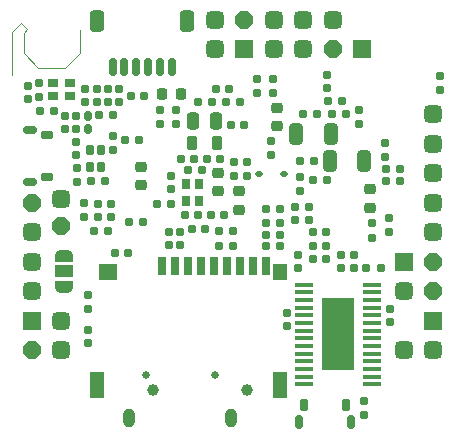
<source format=gbr>
%TF.GenerationSoftware,KiCad,Pcbnew,9.0.0-9.0.0-2~ubuntu24.04.1*%
%TF.CreationDate,2025-03-27T18:59:33+01:00*%
%TF.ProjectId,Kolibri v0.5,4b6f6c69-6272-4692-9076-302e352e6b69,rev?*%
%TF.SameCoordinates,Original*%
%TF.FileFunction,Soldermask,Bot*%
%TF.FilePolarity,Negative*%
%FSLAX46Y46*%
G04 Gerber Fmt 4.6, Leading zero omitted, Abs format (unit mm)*
G04 Created by KiCad (PCBNEW 9.0.0-9.0.0-2~ubuntu24.04.1) date 2025-03-27 18:59:33*
%MOMM*%
%LPD*%
G01*
G04 APERTURE LIST*
G04 Aperture macros list*
%AMRoundRect*
0 Rectangle with rounded corners*
0 $1 Rounding radius*
0 $2 $3 $4 $5 $6 $7 $8 $9 X,Y pos of 4 corners*
0 Add a 4 corners polygon primitive as box body*
4,1,4,$2,$3,$4,$5,$6,$7,$8,$9,$2,$3,0*
0 Add four circle primitives for the rounded corners*
1,1,$1+$1,$2,$3*
1,1,$1+$1,$4,$5*
1,1,$1+$1,$6,$7*
1,1,$1+$1,$8,$9*
0 Add four rect primitives between the rounded corners*
20,1,$1+$1,$2,$3,$4,$5,0*
20,1,$1+$1,$4,$5,$6,$7,0*
20,1,$1+$1,$6,$7,$8,$9,0*
20,1,$1+$1,$8,$9,$2,$3,0*%
%AMOutline5P*
0 Free polygon, 5 corners , with rotation*
0 The origin of the aperture is its center*
0 number of corners: always 5*
0 $1 to $10 corner X, Y*
0 $11 Rotation angle, in degrees counterclockwise*
0 create outline with 5 corners*
4,1,5,$1,$2,$3,$4,$5,$6,$7,$8,$9,$10,$1,$2,$11*%
%AMOutline6P*
0 Free polygon, 6 corners , with rotation*
0 The origin of the aperture is its center*
0 number of corners: always 6*
0 $1 to $12 corner X, Y*
0 $13 Rotation angle, in degrees counterclockwise*
0 create outline with 6 corners*
4,1,6,$1,$2,$3,$4,$5,$6,$7,$8,$9,$10,$11,$12,$1,$2,$13*%
%AMOutline7P*
0 Free polygon, 7 corners , with rotation*
0 The origin of the aperture is its center*
0 number of corners: always 7*
0 $1 to $14 corner X, Y*
0 $15 Rotation angle, in degrees counterclockwise*
0 create outline with 7 corners*
4,1,7,$1,$2,$3,$4,$5,$6,$7,$8,$9,$10,$11,$12,$13,$14,$1,$2,$15*%
%AMOutline8P*
0 Free polygon, 8 corners , with rotation*
0 The origin of the aperture is its center*
0 number of corners: always 8*
0 $1 to $16 corner X, Y*
0 $17 Rotation angle, in degrees counterclockwise*
0 create outline with 8 corners*
4,1,8,$1,$2,$3,$4,$5,$6,$7,$8,$9,$10,$11,$12,$13,$14,$15,$16,$1,$2,$17*%
%AMFreePoly0*
4,1,23,0.550000,-0.750000,0.000000,-0.750000,0.000000,-0.745722,-0.065263,-0.745722,-0.191342,-0.711940,-0.304381,-0.646677,-0.396677,-0.554381,-0.461940,-0.441342,-0.495722,-0.315263,-0.495722,-0.250000,-0.500000,-0.250000,-0.500000,0.250000,-0.495722,0.250000,-0.495722,0.315263,-0.461940,0.441342,-0.396677,0.554381,-0.304381,0.646677,-0.191342,0.711940,-0.065263,0.745722,0.000000,0.745722,
0.000000,0.750000,0.550000,0.750000,0.550000,-0.750000,0.550000,-0.750000,$1*%
%AMFreePoly1*
4,1,23,0.000000,0.745722,0.065263,0.745722,0.191342,0.711940,0.304381,0.646677,0.396677,0.554381,0.461940,0.441342,0.495722,0.315263,0.495722,0.250000,0.500000,0.250000,0.500000,-0.250000,0.495722,-0.250000,0.495722,-0.315263,0.461940,-0.441342,0.396677,-0.554381,0.304381,-0.646677,0.191342,-0.711940,0.065263,-0.745722,0.000000,-0.745722,0.000000,-0.750000,-0.550000,-0.750000,
-0.550000,0.750000,0.000000,0.750000,0.000000,0.745722,0.000000,0.745722,$1*%
G04 Aperture macros list end*
%ADD10RoundRect,0.160000X-0.197500X-0.160000X0.197500X-0.160000X0.197500X0.160000X-0.197500X0.160000X0*%
%ADD11RoundRect,0.155000X0.212500X0.155000X-0.212500X0.155000X-0.212500X-0.155000X0.212500X-0.155000X0*%
%ADD12RoundRect,0.155000X-0.212500X-0.155000X0.212500X-0.155000X0.212500X0.155000X-0.212500X0.155000X0*%
%ADD13Outline8P,-0.750000X0.300000X-0.300000X0.750000X0.300000X0.750000X0.750000X0.300000X0.750000X-0.300000X0.300000X-0.750000X-0.300000X-0.750000X-0.750000X-0.300000X0.000000*%
%ADD14C,0.650000*%
%ADD15O,1.000000X1.600000*%
%ADD16R,1.500000X1.500000*%
%ADD17RoundRect,0.375000X-0.375000X-0.375000X0.375000X-0.375000X0.375000X0.375000X-0.375000X0.375000X0*%
%ADD18RoundRect,0.175000X0.375000X-0.175000X0.375000X0.175000X-0.375000X0.175000X-0.375000X-0.175000X0*%
%ADD19RoundRect,0.150000X0.450000X-0.150000X0.450000X0.150000X-0.450000X0.150000X-0.450000X-0.150000X0*%
%ADD20RoundRect,0.375000X0.375000X0.375000X-0.375000X0.375000X-0.375000X-0.375000X0.375000X-0.375000X0*%
%ADD21RoundRect,0.160000X-0.160000X0.197500X-0.160000X-0.197500X0.160000X-0.197500X0.160000X0.197500X0*%
%ADD22RoundRect,0.160000X0.197500X0.160000X-0.197500X0.160000X-0.197500X-0.160000X0.197500X-0.160000X0*%
%ADD23RoundRect,0.218750X0.218750X0.256250X-0.218750X0.256250X-0.218750X-0.256250X0.218750X-0.256250X0*%
%ADD24RoundRect,0.155000X0.155000X-0.212500X0.155000X0.212500X-0.155000X0.212500X-0.155000X-0.212500X0*%
%ADD25RoundRect,0.155000X-0.155000X0.212500X-0.155000X-0.212500X0.155000X-0.212500X0.155000X0.212500X0*%
%ADD26RoundRect,0.160000X0.160000X-0.197500X0.160000X0.197500X-0.160000X0.197500X-0.160000X-0.197500X0*%
%ADD27RoundRect,0.225000X0.250000X-0.225000X0.250000X0.225000X-0.250000X0.225000X-0.250000X-0.225000X0*%
%ADD28R,0.800000X0.900000*%
%ADD29RoundRect,0.250000X-0.325000X-0.650000X0.325000X-0.650000X0.325000X0.650000X-0.325000X0.650000X0*%
%ADD30RoundRect,0.175000X0.175000X0.375000X-0.175000X0.375000X-0.175000X-0.375000X0.175000X-0.375000X0*%
%ADD31RoundRect,0.150000X0.150000X0.450000X-0.150000X0.450000X-0.150000X-0.450000X0.150000X-0.450000X0*%
%ADD32RoundRect,0.250000X0.325000X0.650000X-0.325000X0.650000X-0.325000X-0.650000X0.325000X-0.650000X0*%
%ADD33RoundRect,0.375000X0.375000X-0.375000X0.375000X0.375000X-0.375000X0.375000X-0.375000X-0.375000X0*%
%ADD34RoundRect,0.150000X-0.150000X-0.625000X0.150000X-0.625000X0.150000X0.625000X-0.150000X0.625000X0*%
%ADD35RoundRect,0.250000X-0.350000X-0.650000X0.350000X-0.650000X0.350000X0.650000X-0.350000X0.650000X0*%
%ADD36R,0.900000X0.800000*%
%ADD37Outline8P,-0.750000X0.300000X-0.300000X0.750000X0.300000X0.750000X0.750000X0.300000X0.750000X-0.300000X0.300000X-0.750000X-0.300000X-0.750000X-0.750000X-0.300000X180.000000*%
%ADD38RoundRect,0.100000X0.675000X0.100000X-0.675000X0.100000X-0.675000X-0.100000X0.675000X-0.100000X0*%
%ADD39R,2.750000X6.200000*%
%ADD40RoundRect,0.218750X-0.256250X0.218750X-0.256250X-0.218750X0.256250X-0.218750X0.256250X0.218750X0*%
%ADD41RoundRect,0.097500X-0.227500X0.302500X-0.227500X-0.302500X0.227500X-0.302500X0.227500X0.302500X0*%
%ADD42FreePoly0,270.000000*%
%ADD43R,1.500000X1.000000*%
%ADD44FreePoly1,270.000000*%
%ADD45C,1.000000*%
%ADD46R,0.700000X1.600000*%
%ADD47R,1.200000X2.200000*%
%ADD48R,1.200000X1.400000*%
%ADD49R,1.600000X1.400000*%
%ADD50RoundRect,0.250000X-0.250000X-0.475000X0.250000X-0.475000X0.250000X0.475000X-0.250000X0.475000X0*%
%ADD51RoundRect,0.160000X0.160000X-0.222500X0.160000X0.222500X-0.160000X0.222500X-0.160000X-0.222500X0*%
%ADD52RoundRect,0.218750X0.218750X0.381250X-0.218750X0.381250X-0.218750X-0.381250X0.218750X-0.381250X0*%
%ADD53RoundRect,0.375000X-0.375000X0.375000X-0.375000X-0.375000X0.375000X-0.375000X0.375000X0.375000X0*%
%ADD54RoundRect,0.112500X0.187500X0.112500X-0.187500X0.112500X-0.187500X-0.112500X0.187500X-0.112500X0*%
%ADD55RoundRect,0.218750X0.256250X-0.218750X0.256250X0.218750X-0.256250X0.218750X-0.256250X-0.218750X0*%
%ADD56C,0.118000*%
G04 APERTURE END LIST*
D10*
%TO.C,R11*%
X88302500Y-100850000D03*
X89497500Y-100850000D03*
%TD*%
D11*
%TO.C,C27*%
X92517500Y-89450000D03*
X91382500Y-89450000D03*
%TD*%
D12*
%TO.C,C61*%
X98182500Y-99550000D03*
X99317500Y-99550000D03*
%TD*%
D11*
%TO.C,C60*%
X97717500Y-100700000D03*
X96582500Y-100700000D03*
%TD*%
D13*
%TO.C,P30*%
X108500000Y-85500000D03*
%TD*%
%TO.C,P29*%
X85500000Y-100500000D03*
%TD*%
D14*
%TO.C,J1*%
X92710000Y-113087500D03*
X98490000Y-113087500D03*
D15*
X91280000Y-116747500D03*
X99920000Y-116747500D03*
%TD*%
D16*
%TO.C,P25*%
X111000000Y-85500000D03*
%TD*%
%TO.C,P23*%
X114500000Y-103500000D03*
%TD*%
D17*
%TO.C,P21*%
X83000000Y-103500000D03*
%TD*%
D13*
%TO.C,P34*%
X83000000Y-98500000D03*
%TD*%
%TO.C,P28*%
X117000000Y-106000000D03*
%TD*%
D17*
%TO.C,P18*%
X114500000Y-111000000D03*
%TD*%
%TO.C,P22*%
X83000000Y-101000000D03*
%TD*%
%TO.C,P19*%
X114500000Y-106000000D03*
%TD*%
%TO.C,P20*%
X108500000Y-83000000D03*
%TD*%
D16*
%TO.C,P24*%
X117000000Y-108500000D03*
%TD*%
D13*
%TO.C,P33*%
X117000000Y-103500000D03*
%TD*%
D11*
%TO.C,C30*%
X92067500Y-93150000D03*
X90932500Y-93150000D03*
%TD*%
D10*
%TO.C,R20*%
X97102500Y-90000000D03*
X98297500Y-90000000D03*
%TD*%
D12*
%TO.C,C74*%
X98882500Y-102150000D03*
X100017500Y-102150000D03*
%TD*%
D10*
%TO.C,R25*%
X111352500Y-104050000D03*
X112547500Y-104050000D03*
%TD*%
D18*
%TO.C,SW2*%
X84300000Y-96300000D03*
X84300000Y-92800000D03*
D19*
X82850000Y-92350000D03*
X82850000Y-96750000D03*
%TD*%
D12*
%TO.C,C75*%
X98882500Y-100850000D03*
X100017500Y-100850000D03*
%TD*%
%TO.C,C6*%
X102882500Y-99000000D03*
X104017500Y-99000000D03*
%TD*%
D20*
%TO.C,P11*%
X98500000Y-85500000D03*
%TD*%
D21*
%TO.C,R17*%
X110700000Y-90652500D03*
X110700000Y-91847500D03*
%TD*%
D22*
%TO.C,R18*%
X100647500Y-90000000D03*
X99452500Y-90000000D03*
%TD*%
D12*
%TO.C,C44*%
X95632500Y-94800000D03*
X96767500Y-94800000D03*
%TD*%
D20*
%TO.C,P9*%
X103500000Y-85500000D03*
%TD*%
D11*
%TO.C,C4*%
X107917500Y-101000000D03*
X106782500Y-101000000D03*
%TD*%
D23*
%TO.C,D15*%
X95637500Y-89300000D03*
X94062500Y-89300000D03*
%TD*%
D24*
%TO.C,C26*%
X89850000Y-94017500D03*
X89850000Y-92882500D03*
%TD*%
D12*
%TO.C,C10*%
X102882500Y-100250000D03*
X104017500Y-100250000D03*
%TD*%
D11*
%TO.C,C15*%
X107967500Y-96600000D03*
X106832500Y-96600000D03*
%TD*%
D21*
%TO.C,R37*%
X112950000Y-93402500D03*
X112950000Y-94597500D03*
%TD*%
D25*
%TO.C,C28*%
X89450000Y-88832500D03*
X89450000Y-89967500D03*
%TD*%
D26*
%TO.C,R19*%
X95250000Y-91847500D03*
X95250000Y-90652500D03*
%TD*%
D21*
%TO.C,R4*%
X105700000Y-96302500D03*
X105700000Y-97497500D03*
%TD*%
D11*
%TO.C,C71*%
X99717500Y-88850000D03*
X98582500Y-88850000D03*
%TD*%
D27*
%TO.C,C64*%
X100600000Y-99075000D03*
X100600000Y-97525000D03*
%TD*%
%TO.C,C63*%
X98800000Y-97525000D03*
X98800000Y-95975000D03*
%TD*%
D28*
%TO.C,Y5*%
X97150000Y-96950000D03*
X97150000Y-98350000D03*
X96050000Y-98350000D03*
X96050000Y-96950000D03*
%TD*%
D24*
%TO.C,C31*%
X88500000Y-89967500D03*
X88500000Y-88832500D03*
%TD*%
D12*
%TO.C,C39*%
X83732500Y-90750000D03*
X84867500Y-90750000D03*
%TD*%
D20*
%TO.C,P8*%
X103500000Y-83000000D03*
%TD*%
D29*
%TO.C,C66*%
X105412500Y-92650000D03*
X108362500Y-92650000D03*
%TD*%
D11*
%TO.C,C78*%
X110317500Y-104050000D03*
X109182500Y-104050000D03*
%TD*%
D20*
%TO.C,P17*%
X85500000Y-111000000D03*
%TD*%
D10*
%TO.C,R12*%
X91252500Y-100100000D03*
X92447500Y-100100000D03*
%TD*%
D20*
%TO.C,P16*%
X85500000Y-108500000D03*
%TD*%
D26*
%TO.C,R28*%
X111800000Y-101447500D03*
X111800000Y-100252500D03*
%TD*%
D30*
%TO.C,SW1*%
X109600000Y-115650000D03*
X106100000Y-115650000D03*
D31*
X105650000Y-117100000D03*
X110050000Y-117100000D03*
%TD*%
D20*
%TO.C,P4*%
X117000000Y-93500000D03*
%TD*%
D25*
%TO.C,C5*%
X106500000Y-98832500D03*
X106500000Y-99967500D03*
%TD*%
D12*
%TO.C,C53*%
X90032500Y-102750000D03*
X91167500Y-102750000D03*
%TD*%
D25*
%TO.C,C29*%
X90400000Y-88832500D03*
X90400000Y-89967500D03*
%TD*%
D26*
%TO.C,R7*%
X102050000Y-89247500D03*
X102050000Y-88052500D03*
%TD*%
D32*
%TO.C,C68*%
X111175000Y-94950000D03*
X108225000Y-94950000D03*
%TD*%
D33*
%TO.C,P13*%
X83000000Y-106000000D03*
%TD*%
D11*
%TO.C,C43*%
X94767500Y-98600000D03*
X93632500Y-98600000D03*
%TD*%
D34*
%TO.C,J7*%
X89850000Y-87000000D03*
X90850000Y-87000000D03*
X91850000Y-87000000D03*
X92850000Y-87000000D03*
X93850000Y-87000000D03*
X94850000Y-87000000D03*
D35*
X88550000Y-83125000D03*
X96150000Y-83125000D03*
%TD*%
D25*
%TO.C,C42*%
X94800000Y-96232500D03*
X94800000Y-97367500D03*
%TD*%
%TO.C,C36*%
X86800000Y-93332500D03*
X86800000Y-94467500D03*
%TD*%
D36*
%TO.C,Y2*%
X86250000Y-89500000D03*
X84850000Y-89500000D03*
X84850000Y-88400000D03*
X86250000Y-88400000D03*
%TD*%
D33*
%TO.C,P12*%
X85500000Y-98200000D03*
%TD*%
D37*
%TO.C,P31*%
X83000000Y-111000000D03*
%TD*%
%TO.C,P32*%
X101000000Y-83000000D03*
%TD*%
D25*
%TO.C,C25*%
X87550000Y-88832500D03*
X87550000Y-89967500D03*
%TD*%
D20*
%TO.C,P2*%
X117000000Y-98500000D03*
%TD*%
D24*
%TO.C,C34*%
X86800000Y-92267500D03*
X86800000Y-91132500D03*
%TD*%
D38*
%TO.C,U5*%
X111825000Y-105425000D03*
X111825000Y-106075000D03*
X111825000Y-106725000D03*
X111825000Y-107375000D03*
X111825000Y-108025000D03*
X111825000Y-108675000D03*
X111825000Y-109325000D03*
X111825000Y-109975000D03*
X111825000Y-110625000D03*
X111825000Y-111275000D03*
X111825000Y-111925000D03*
X111825000Y-112575000D03*
X111825000Y-113225000D03*
X111825000Y-113875000D03*
X106075000Y-113875000D03*
X106075000Y-113225000D03*
X106075000Y-112575000D03*
X106075000Y-111925000D03*
X106075000Y-111275000D03*
X106075000Y-110625000D03*
X106075000Y-109975000D03*
X106075000Y-109325000D03*
X106075000Y-108675000D03*
X106075000Y-108025000D03*
X106075000Y-107375000D03*
X106075000Y-106725000D03*
X106075000Y-106075000D03*
X106075000Y-105425000D03*
D39*
X108950000Y-109650000D03*
%TD*%
D11*
%TO.C,C70*%
X101017500Y-91900000D03*
X99882500Y-91900000D03*
%TD*%
D24*
%TO.C,C9*%
X105550000Y-104017500D03*
X105550000Y-102882500D03*
%TD*%
%TO.C,C55*%
X94600000Y-102117500D03*
X94600000Y-100982500D03*
%TD*%
D26*
%TO.C,R29*%
X93850000Y-91847500D03*
X93850000Y-90652500D03*
%TD*%
D11*
%TO.C,C65*%
X109267500Y-89900000D03*
X108132500Y-89900000D03*
%TD*%
D25*
%TO.C,C86*%
X113350000Y-107482500D03*
X113350000Y-108617500D03*
%TD*%
%TO.C,C56*%
X104590000Y-107812500D03*
X104590000Y-108947500D03*
%TD*%
%TO.C,C40*%
X86850000Y-95582500D03*
X86850000Y-96717500D03*
%TD*%
D21*
%TO.C,R33*%
X111150000Y-115252500D03*
X111150000Y-116447500D03*
%TD*%
D20*
%TO.C,P6*%
X106000000Y-83000000D03*
%TD*%
D40*
%TO.C,D16*%
X103750000Y-90462500D03*
X103750000Y-92037500D03*
%TD*%
D21*
%TO.C,R13*%
X100100000Y-95052500D03*
X100100000Y-96247500D03*
%TD*%
D40*
%TO.C,D14*%
X111650000Y-97362500D03*
X111650000Y-98937500D03*
%TD*%
D41*
%TO.C,D11*%
X87925000Y-94000000D03*
X87925000Y-95500000D03*
X88875000Y-94000000D03*
X88875000Y-95500000D03*
%TD*%
D24*
%TO.C,C50*%
X88600000Y-99717500D03*
X88600000Y-98582500D03*
%TD*%
%TO.C,C37*%
X82700000Y-89717500D03*
X82700000Y-88582500D03*
%TD*%
D42*
%TO.C,JP1*%
X85700000Y-103000000D03*
D43*
X85700000Y-104300000D03*
D44*
X85700000Y-105600000D03*
%TD*%
D45*
%TO.C,J9*%
X101230000Y-114350000D03*
X93250000Y-114350000D03*
D46*
X94050000Y-103850000D03*
X95150000Y-103850000D03*
X96250000Y-103850000D03*
X97350000Y-103850000D03*
X98450000Y-103850000D03*
X99550000Y-103850000D03*
X100650000Y-103850000D03*
X101750000Y-103850000D03*
X102850000Y-103850000D03*
D47*
X104050000Y-113950000D03*
D48*
X104050000Y-104350000D03*
D49*
X89450000Y-104350000D03*
D47*
X88550000Y-113950000D03*
%TD*%
D20*
%TO.C,P10*%
X98500000Y-83000000D03*
%TD*%
D24*
%TO.C,C23*%
X87800000Y-107467500D03*
X87800000Y-106332500D03*
%TD*%
D12*
%TO.C,C7*%
X102882500Y-102150000D03*
X104017500Y-102150000D03*
%TD*%
%TO.C,C33*%
X88732500Y-91050000D03*
X89867500Y-91050000D03*
%TD*%
D22*
%TO.C,R10*%
X89197500Y-96700000D03*
X88002500Y-96700000D03*
%TD*%
D26*
%TO.C,R8*%
X103450000Y-89247500D03*
X103450000Y-88052500D03*
%TD*%
D22*
%TO.C,R36*%
X114197500Y-95650000D03*
X113002500Y-95650000D03*
%TD*%
D16*
%TO.C,P26*%
X101000000Y-85500000D03*
%TD*%
D20*
%TO.C,P7*%
X106000000Y-85500000D03*
%TD*%
D12*
%TO.C,C14*%
X105732500Y-94950000D03*
X106867500Y-94950000D03*
%TD*%
D11*
%TO.C,C1*%
X107917500Y-102150000D03*
X106782500Y-102150000D03*
%TD*%
D26*
%TO.C,R9*%
X87400000Y-99747500D03*
X87400000Y-98552500D03*
%TD*%
D10*
%TO.C,R16*%
X108402500Y-91000000D03*
X109597500Y-91000000D03*
%TD*%
D26*
%TO.C,R30*%
X103250000Y-94447500D03*
X103250000Y-93252500D03*
%TD*%
D12*
%TO.C,C41*%
X97832500Y-94800000D03*
X98967500Y-94800000D03*
%TD*%
D25*
%TO.C,C84*%
X108050000Y-87682500D03*
X108050000Y-88817500D03*
%TD*%
D12*
%TO.C,C62*%
X95982500Y-99550000D03*
X97117500Y-99550000D03*
%TD*%
D20*
%TO.C,P3*%
X117000000Y-96000000D03*
%TD*%
D22*
%TO.C,R35*%
X114197500Y-96650000D03*
X113002500Y-96650000D03*
%TD*%
D50*
%TO.C,C72*%
X96700000Y-91600000D03*
X98600000Y-91600000D03*
%TD*%
D10*
%TO.C,R15*%
X106002500Y-91000000D03*
X107197500Y-91000000D03*
%TD*%
D11*
%TO.C,C8*%
X107917500Y-103300000D03*
X106782500Y-103300000D03*
%TD*%
D51*
%TO.C,L2*%
X87750000Y-92272500D03*
X87750000Y-91127500D03*
%TD*%
D52*
%TO.C,L5*%
X98712500Y-93450000D03*
X96587500Y-93450000D03*
%TD*%
D20*
%TO.C,P1*%
X117000000Y-101000000D03*
%TD*%
D25*
%TO.C,C2*%
X105300000Y-98832500D03*
X105300000Y-99967500D03*
%TD*%
D12*
%TO.C,C3*%
X102882500Y-101200000D03*
X104017500Y-101200000D03*
%TD*%
D24*
%TO.C,C35*%
X85850000Y-92267500D03*
X85850000Y-91132500D03*
%TD*%
%TO.C,C38*%
X83650000Y-89517500D03*
X83650000Y-88382500D03*
%TD*%
D53*
%TO.C,P15*%
X117000000Y-111000000D03*
%TD*%
D54*
%TO.C,D10*%
X104350000Y-96050000D03*
X102250000Y-96050000D03*
%TD*%
D55*
%TO.C,D18*%
X92300000Y-97037500D03*
X92300000Y-95462500D03*
%TD*%
D16*
%TO.C,P27*%
X83000000Y-108500000D03*
%TD*%
D12*
%TO.C,C77*%
X109182500Y-102900000D03*
X110317500Y-102900000D03*
%TD*%
D25*
%TO.C,C24*%
X87800000Y-109232500D03*
X87800000Y-110367500D03*
%TD*%
D24*
%TO.C,C49*%
X89750000Y-99717500D03*
X89750000Y-98582500D03*
%TD*%
D26*
%TO.C,R14*%
X101197500Y-96247500D03*
X101197500Y-95052500D03*
%TD*%
%TO.C,R34*%
X113250000Y-100947500D03*
X113250000Y-99752500D03*
%TD*%
D24*
%TO.C,C17*%
X117600000Y-88917500D03*
X117600000Y-87782500D03*
%TD*%
D25*
%TO.C,C47*%
X95600000Y-100982500D03*
X95600000Y-102117500D03*
%TD*%
D11*
%TO.C,C45*%
X97417500Y-95750000D03*
X96282500Y-95750000D03*
%TD*%
D20*
%TO.C,P5*%
X117000000Y-91000000D03*
%TD*%
D56*
X82650000Y-83800000D02*
X82350000Y-84100000D01*
X83550000Y-87050000D02*
X85850000Y-87050000D01*
X82350000Y-84100000D02*
X82350000Y-85850000D01*
X82350000Y-85850000D02*
X83550000Y-87050000D01*
X87100000Y-85800000D02*
X87100000Y-83910000D01*
X81300000Y-84067696D02*
X82108848Y-83258848D01*
X81300000Y-87650000D02*
X81300000Y-84067696D01*
X82108848Y-83258848D02*
X82650000Y-83800000D01*
X85850000Y-87050000D02*
X87100000Y-85800000D01*
M02*

</source>
